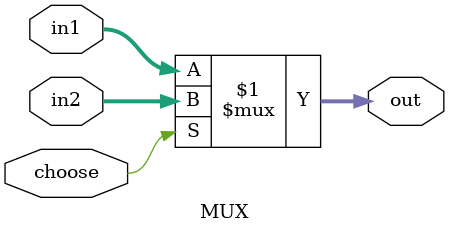
<source format=v>
`timescale 1ns / 1ps


module MUX #(parameter n = 32)(input[n-1:0] in1,input[n-1:0] in2, input choose, output[n-1:0] out);

assign out = choose?in2:in1;

endmodule

</source>
